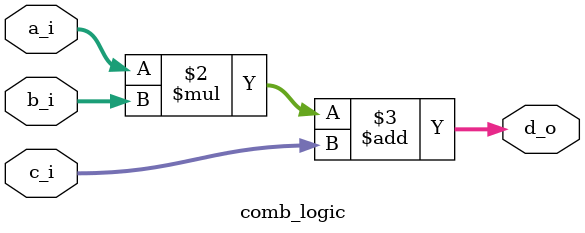
<source format=sv>
`timescale 1ns / 1ps


// d_o = a_i * b_i + c_i

module comb_logic(
    input logic [7:0] a_i,
    input logic [7:0] b_i,
    input logic [7:0] c_i,
    output logic [15:0] d_o

    );

    //assign d_o = (a_i * b_i) + c_i;

    always @(*)
    begin
        d_o = a_i * b_i + c_i;
    end


endmodule

</source>
